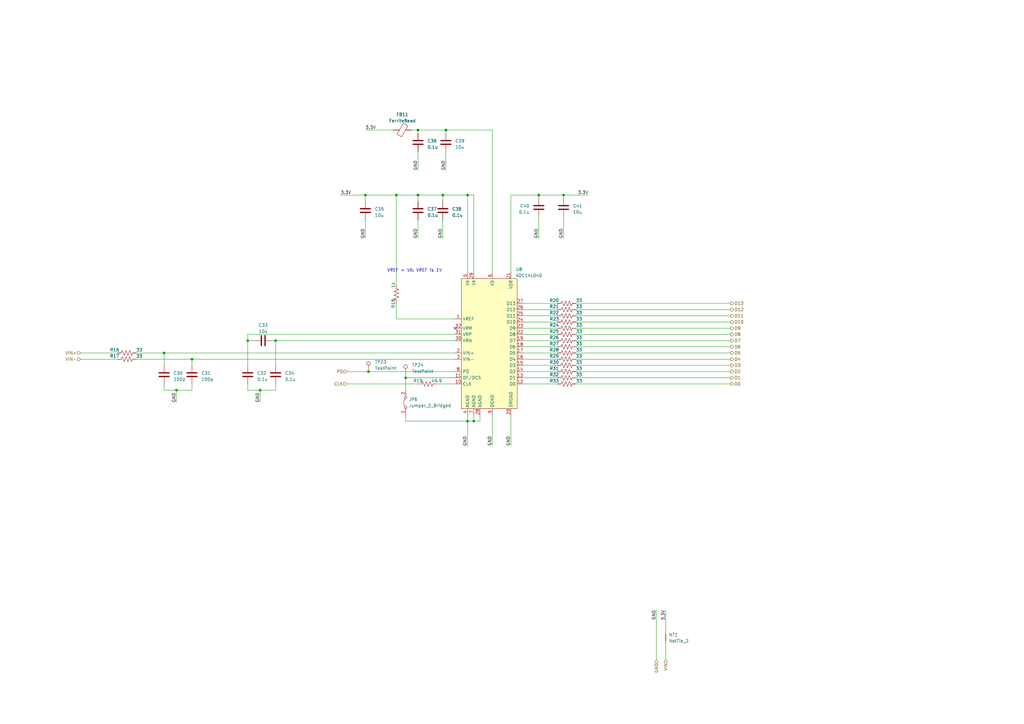
<source format=kicad_sch>
(kicad_sch (version 20250114) (generator "eeschema") (generator_version "9.0")
  (paper "A3")
  (title_block (title "Sonar Pinger") (date "2025-05-03") (rev "0"))
  (lib_symbols
    (symbol "Connector:TestPoint" (pin_numbers (hide yes)) (pin_names (offset 0.762) (hide yes))
      (property "Reference" "TP" (at 0 6.858 0))
      (property "Value" "TestPoint" (at 0 5.08 0))
      (symbol "TestPoint_0_1"
        (circle (center 0 3.302) (radius 0.762))
      )
      (symbol "TestPoint_1_1"
        (pin passive line (at 0 0 90) (length 2.54) (name "1") (number "1"))
      )
    )
    (symbol "Device:C" (pin_numbers (hide yes)) (pin_names (offset 0.254))
      (property "Reference" "C" (at 0.635 2.54 0))
      (property "Value" "C" (at 0.635 -2.54 0))
      (symbol "C_0_1"
        (polyline (pts (xy -2.032 0.762) (xy 2.032 0.762)) (stroke (width 0.508)))
        (polyline (pts (xy -2.032 -0.762) (xy 2.032 -0.762)) (stroke (width 0.508)))
      )
      (symbol "C_1_1"
        (pin passive line (at 0 3.81 270) (length 2.794) (name "~") (number "1"))
        (pin passive line (at 0 -3.81 90) (length 2.794) (name "~") (number "2"))
      )
    )
    (symbol "Device:FerriteBead" (pin_numbers (hide yes)) (pin_names (offset 0))
      (property "Reference" "FB" (at -3.81 0.635 90))
      (property "Value" "FerriteBead" (at 3.81 0 90))
      (symbol "FerriteBead_0_1"
        (polyline (pts (xy -2.7686 0.4064) (xy -1.7018 2.2606) (xy 2.7686 -0.3048) (xy 1.6764 -2.159) (xy -2.7686 0.4064)))
        (polyline (pts (xy 0 1.27) (xy 0 1.2954)))
        (polyline (pts (xy 0 -1.27) (xy 0 -1.2192)))
      )
      (symbol "FerriteBead_1_1"
        (pin passive line (at 0 3.81 270) (length 2.54) (name "~") (number "1"))
        (pin passive line (at 0 -3.81 90) (length 2.54) (name "~") (number "2"))
      )
    )
    (symbol "Device:NetTie_2" (pin_numbers (hide yes)) (pin_names (offset 0) (hide yes)) (in_bom no)
      (property "Reference" "NT" (at 0 1.27 0))
      (property "Value" "NetTie_2" (at 0 -1.27 0))
      (symbol "NetTie_2_0_1"
        (polyline (pts (xy -1.27 0) (xy 1.27 0)) (stroke (width 0.254)))
      )
      (symbol "NetTie_2_1_1"
        (pin passive line (at -2.54 0 0) (length 2.54) (name "1") (number "1"))
        (pin passive line (at 2.54 0 180) (length 2.54) (name "2") (number "2"))
      )
    )
    (symbol "Device:R_US" (pin_numbers (hide yes)) (pin_names (offset 0))
      (property "Reference" "R" (at 2.54 0 90))
      (property "Value" "R_US" (at -2.54 0 90))
      (symbol "R_US_0_1"
        (polyline (pts (xy 0 2.286) (xy 0 2.54)))
        (polyline (pts (xy 0 2.286) (xy 1.016 1.905) (xy 0 1.524) (xy -1.016 1.143) (xy 0 0.762)))
        (polyline (pts (xy 0 0.762) (xy 1.016 0.381) (xy 0 0) (xy -1.016 -0.381) (xy 0 -0.762)))
        (polyline (pts (xy 0 -0.762) (xy 1.016 -1.143) (xy 0 -1.524) (xy -1.016 -1.905) (xy 0 -2.286)))
        (polyline (pts (xy 0 -2.286) (xy 0 -2.54)))
      )
      (symbol "R_US_1_1"
        (pin passive line (at 0 3.81 270) (length 1.27) (name "~") (number "1"))
        (pin passive line (at 0 -3.81 90) (length 1.27) (name "~") (number "2"))
      )
    )
    (symbol "Jumper:Jumper_2_Bridged" (pin_names (offset 0) (hide yes))
      (property "Reference" "JP" (at 0 1.905 0))
      (property "Value" "Jumper_2_Bridged" (at 0 -2.54 0))
      (symbol "Jumper_2_Bridged_0_0"
        (circle (center -2.032 0) (radius 0.508))
        (circle (center 2.032 0) (radius 0.508))
      )
      (symbol "Jumper_2_Bridged_0_1"
        (arc (start -1.524 0.254) (mid 0 0.762) (end 1.524 0.254))
      )
      (symbol "Jumper_2_Bridged_1_1"
        (pin passive line (at -5.08 0 0) (length 2.54) (name "A") (number "1"))
        (pin passive line (at 5.08 0 180) (length 2.54) (name "B") (number "2"))
      )
    )
    (symbol "pd_symbols:ADC14L040"
      (property "Reference" "U" (at -7.62 11.43 0))
      (property "Value" "ADC14L040" (at -8.89 8.89 0))
      (symbol "ADC14L040_1_1"
        (rectangle (start -2.54 13.97) (end 20.32 -39.37) (fill (type background)))
        (pin input line (at -5.08 -2.54 0) (length 2.54) (name "VREF") (number "1"))
        (pin input line (at -5.08 -6.35 0) (length 2.54) (name "VRM") (number "32"))
        (pin input line (at -5.08 -8.89 0) (length 2.54) (name "VRP") (number "31"))
        (pin input line (at -5.08 -11.43 0) (length 2.54) (name "VRN") (number "30"))
        (pin input line (at -5.08 -16.51 0) (length 2.54) (name "VIN+") (number "2"))
        (pin input line (at -5.08 -19.05 0) (length 2.54) (name "VIN-") (number "3"))
        (pin input line (at -5.08 -24.13 0) (length 2.54) (name "PD") (number "8"))
        (pin input line (at -5.08 -26.67 0) (length 2.54) (name "DF/DCS") (number "11"))
        (pin input line (at -5.08 -29.21 0) (length 2.54) (name "CLK") (number "10"))
        (pin input line (at 0 16.51 270) (length 2.54) (name "VA") (number "5"))
        (pin input line (at 0 -41.91 90) (length 2.54) (name "AGND") (number "4"))
        (pin input line (at 2.54 16.51 270) (length 2.54) (name "VA") (number "29"))
        (pin input line (at 2.54 -41.91 90) (length 2.54) (name "AGND") (number "7"))
        (pin input line (at 5.08 -41.91 90) (length 2.54) (name "AGND") (number "28"))
        (pin input line (at 10.16 16.51 270) (length 2.54) (name "VD") (number "6"))
        (pin input line (at 10.16 -41.91 90) (length 2.54) (name "DGND") (number "9"))
        (pin input line (at 17.78 16.51 270) (length 2.54) (name "VDR") (number "21"))
        (pin input line (at 17.78 -41.91 90) (length 2.54) (name "DRGND") (number "20"))
        (pin input line (at 22.86 3.81 180) (length 2.54) (name "D13") (number "27"))
        (pin input line (at 22.86 1.27 180) (length 2.54) (name "D12") (number "26"))
        (pin input line (at 22.86 -1.27 180) (length 2.54) (name "D11") (number "25"))
        (pin input line (at 22.86 -3.81 180) (length 2.54) (name "D10") (number "24"))
        (pin input line (at 22.86 -6.35 180) (length 2.54) (name "D9") (number "23"))
        (pin input line (at 22.86 -8.89 180) (length 2.54) (name "D8") (number "22"))
        (pin input line (at 22.86 -11.43 180) (length 2.54) (name "D7") (number "19"))
        (pin input line (at 22.86 -13.97 180) (length 2.54) (name "D6") (number "18"))
        (pin input line (at 22.86 -16.51 180) (length 2.54) (name "D5") (number "17"))
        (pin input line (at 22.86 -19.05 180) (length 2.54) (name "D4") (number "16"))
        (pin input line (at 22.86 -21.59 180) (length 2.54) (name "D3") (number "15"))
        (pin input line (at 22.86 -24.13 180) (length 2.54) (name "D2") (number "14"))
        (pin input line (at 22.86 -26.67 180) (length 2.54) (name "D1") (number "13"))
        (pin input line (at 22.86 -29.21 180) (length 2.54) (name "D0") (number "12"))
      )
    )
  )
  (text "VREF = VA: VREF is 1V" (at 158.75 111.76 0) (effects (font (size 1.27 1.27)) (justify left bottom)))
  (junction (at 171.45 53.34))
  (junction (at 162.56 80.01))
  (junction (at 166.37 154.94))
  (junction (at 113.03 139.7))
  (junction (at 194.31 172.72))
  (junction (at 181.61 80.01))
  (junction (at 231.14 80.01))
  (junction (at 191.77 80.01))
  (junction (at 171.45 80.01))
  (junction (at 220.98 80.01))
  (junction (at 67.31 144.78))
  (junction (at 78.74 147.32))
  (junction (at 72.39 160.02))
  (junction (at 151.13 152.4))
  (junction (at 182.88 53.34))
  (junction (at 106.68 160.02))
  (junction (at 101.6 139.7))
  (junction (at 149.86 80.01))
  (junction (at 191.77 172.72))
  (no_connect (at 186.69 134.62))
  (wire (pts (xy 182.88 53.34) (xy 182.88 54.61)))
  (wire (pts (xy 214.63 129.54) (xy 228.6 129.54)))
  (wire (pts (xy 67.31 157.48) (xy 67.31 160.02)))
  (wire (pts (xy 149.86 80.01) (xy 162.56 80.01)))
  (wire (pts (xy 186.69 130.81) (xy 162.56 130.81)))
  (wire (pts (xy 149.86 53.34) (xy 161.29 53.34)))
  (wire (pts (xy 33.02 144.78) (xy 48.26 144.78)))
  (wire (pts (xy 171.45 90.17) (xy 171.45 97.79)))
  (wire (pts (xy 194.31 111.76) (xy 194.31 80.01)))
  (wire (pts (xy 201.93 170.18) (xy 201.93 182.88)))
  (wire (pts (xy 166.37 172.72) (xy 191.77 172.72)))
  (wire (pts (xy 191.77 80.01) (xy 191.77 111.76)))
  (wire (pts (xy 111.76 139.7) (xy 113.03 139.7)))
  (wire (pts (xy 236.22 157.48) (xy 299.72 157.48)))
  (wire (pts (xy 186.69 154.94) (xy 166.37 154.94)))
  (wire (pts (xy 214.63 142.24) (xy 228.6 142.24)))
  (wire (pts (xy 171.45 53.34) (xy 182.88 53.34)))
  (wire (pts (xy 236.22 137.16) (xy 299.72 137.16)))
  (wire (pts (xy 236.22 147.32) (xy 299.72 147.32)))
  (wire (pts (xy 201.93 53.34) (xy 201.93 111.76)))
  (wire (pts (xy 214.63 132.08) (xy 228.6 132.08)))
  (wire (pts (xy 214.63 149.86) (xy 228.6 149.86)))
  (wire (pts (xy 151.13 152.4) (xy 186.69 152.4)))
  (wire (pts (xy 149.86 80.01) (xy 149.86 82.55)))
  (wire (pts (xy 55.88 147.32) (xy 78.74 147.32)))
  (wire (pts (xy 236.22 139.7) (xy 299.72 139.7)))
  (wire (pts (xy 236.22 144.78) (xy 299.72 144.78)))
  (wire (pts (xy 236.22 149.86) (xy 299.72 149.86)))
  (wire (pts (xy 101.6 137.16) (xy 101.6 139.7)))
  (wire (pts (xy 162.56 80.01) (xy 162.56 116.84)))
  (wire (pts (xy 168.91 53.34) (xy 171.45 53.34)))
  (wire (pts (xy 236.22 134.62) (xy 299.72 134.62)))
  (wire (pts (xy 214.63 127) (xy 228.6 127)))
  (wire (pts (xy 214.63 124.46) (xy 228.6 124.46)))
  (wire (pts (xy 171.45 80.01) (xy 181.61 80.01)))
  (wire (pts (xy 209.55 170.18) (xy 209.55 182.88)))
  (wire (pts (xy 166.37 153.67) (xy 166.37 154.94)))
  (wire (pts (xy 191.77 170.18) (xy 191.77 172.72)))
  (wire (pts (xy 106.68 160.02) (xy 106.68 165.1)))
  (wire (pts (xy 72.39 160.02) (xy 72.39 165.1)))
  (wire (pts (xy 273.05 264.16) (xy 273.05 270.51)))
  (wire (pts (xy 269.24 250.19) (xy 269.24 270.51)))
  (wire (pts (xy 101.6 139.7) (xy 101.6 149.86)))
  (wire (pts (xy 191.77 172.72) (xy 191.77 182.88)))
  (wire (pts (xy 182.88 62.23) (xy 182.88 69.85)))
  (wire (pts (xy 214.63 139.7) (xy 228.6 139.7)))
  (wire (pts (xy 236.22 124.46) (xy 299.72 124.46)))
  (wire (pts (xy 72.39 160.02) (xy 67.31 160.02)))
  (wire (pts (xy 179.07 157.48) (xy 186.69 157.48)))
  (wire (pts (xy 162.56 130.81) (xy 162.56 124.46)))
  (wire (pts (xy 113.03 160.02) (xy 106.68 160.02)))
  (wire (pts (xy 194.31 170.18) (xy 194.31 172.72)))
  (wire (pts (xy 67.31 144.78) (xy 67.31 149.86)))
  (wire (pts (xy 55.88 144.78) (xy 67.31 144.78)))
  (wire (pts (xy 166.37 170.18) (xy 166.37 172.72)))
  (wire (pts (xy 113.03 139.7) (xy 113.03 149.86)))
  (wire (pts (xy 236.22 142.24) (xy 299.72 142.24)))
  (wire (pts (xy 214.63 157.48) (xy 228.6 157.48)))
  (wire (pts (xy 214.63 134.62) (xy 228.6 134.62)))
  (wire (pts (xy 194.31 172.72) (xy 191.77 172.72)))
  (wire (pts (xy 171.45 53.34) (xy 171.45 54.61)))
  (wire (pts (xy 231.14 80.01) (xy 231.14 81.28)))
  (wire (pts (xy 196.85 170.18) (xy 196.85 172.72)))
  (wire (pts (xy 181.61 80.01) (xy 191.77 80.01)))
  (wire (pts (xy 142.24 152.4) (xy 151.13 152.4)))
  (wire (pts (xy 67.31 144.78) (xy 186.69 144.78)))
  (wire (pts (xy 113.03 157.48) (xy 113.03 160.02)))
  (wire (pts (xy 139.7 80.01) (xy 149.86 80.01)))
  (wire (pts (xy 166.37 154.94) (xy 166.37 160.02)))
  (wire (pts (xy 171.45 62.23) (xy 171.45 69.85)))
  (wire (pts (xy 220.98 80.01) (xy 231.14 80.01)))
  (wire (pts (xy 209.55 80.01) (xy 220.98 80.01)))
  (wire (pts (xy 181.61 80.01) (xy 181.61 82.55)))
  (wire (pts (xy 220.98 88.9) (xy 220.98 97.79)))
  (wire (pts (xy 101.6 157.48) (xy 101.6 160.02)))
  (wire (pts (xy 231.14 88.9) (xy 231.14 97.79)))
  (wire (pts (xy 78.74 147.32) (xy 186.69 147.32)))
  (wire (pts (xy 33.02 147.32) (xy 48.26 147.32)))
  (wire (pts (xy 236.22 152.4) (xy 299.72 152.4)))
  (wire (pts (xy 182.88 53.34) (xy 201.93 53.34)))
  (wire (pts (xy 214.63 154.94) (xy 228.6 154.94)))
  (wire (pts (xy 171.45 80.01) (xy 171.45 82.55)))
  (wire (pts (xy 106.68 160.02) (xy 101.6 160.02)))
  (wire (pts (xy 236.22 132.08) (xy 299.72 132.08)))
  (wire (pts (xy 209.55 111.76) (xy 209.55 80.01)))
  (wire (pts (xy 231.14 80.01) (xy 241.3 80.01)))
  (wire (pts (xy 236.22 154.94) (xy 299.72 154.94)))
  (wire (pts (xy 236.22 129.54) (xy 299.72 129.54)))
  (wire (pts (xy 181.61 90.17) (xy 181.61 97.79)))
  (wire (pts (xy 78.74 157.48) (xy 78.74 160.02)))
  (wire (pts (xy 149.86 90.17) (xy 149.86 97.79)))
  (wire (pts (xy 78.74 160.02) (xy 72.39 160.02)))
  (wire (pts (xy 214.63 147.32) (xy 228.6 147.32)))
  (wire (pts (xy 186.69 137.16) (xy 101.6 137.16)))
  (wire (pts (xy 273.05 250.19) (xy 273.05 259.08)))
  (wire (pts (xy 78.74 147.32) (xy 78.74 149.86)))
  (wire (pts (xy 214.63 152.4) (xy 228.6 152.4)))
  (wire (pts (xy 236.22 127) (xy 299.72 127)))
  (wire (pts (xy 214.63 137.16) (xy 228.6 137.16)))
  (wire (pts (xy 196.85 172.72) (xy 194.31 172.72)))
  (wire (pts (xy 214.63 144.78) (xy 228.6 144.78)))
  (wire (pts (xy 142.24 157.48) (xy 171.45 157.48)))
  (wire (pts (xy 101.6 139.7) (xy 104.14 139.7)))
  (wire (pts (xy 162.56 80.01) (xy 171.45 80.01)))
  (wire (pts (xy 186.69 139.7) (xy 113.03 139.7)))
  (wire (pts (xy 220.98 80.01) (xy 220.98 81.28)))
  (wire (pts (xy 194.31 80.01) (xy 191.77 80.01)))
  (label "GND" (at 149.86 97.79 90))
  (label "3.3V" (at 149.86 53.34 0))
  (label "GND" (at 171.45 97.79 90))
  (label "GND" (at 182.88 69.85 90))
  (label "GND" (at 181.61 97.79 90))
  (label "3.3V" (at 241.3 80.01 180))
  (label "3.3V" (at 273.05 250.19 270))
  (label "GND" (at 231.14 97.79 90))
  (label "GND" (at 72.39 165.1 90))
  (label "GND" (at 269.24 250.19 270))
  (label "3.3V" (at 139.7 80.01 0))
  (label "GND" (at 201.93 182.88 90))
  (label "GND" (at 106.68 165.1 90))
  (label "GND" (at 191.77 182.88 90))
  (label "GND" (at 220.98 97.79 90))
  (label "GND" (at 209.55 182.88 90))
  (label "GND" (at 171.45 69.85 90))
  (hierarchical_label "CLK" (shape input) (at 142.24 157.48 180))
  (hierarchical_label "D5" (shape output) (at 299.72 144.78 0))
  (hierarchical_label "D4" (shape output) (at 299.72 147.32 0))
  (hierarchical_label "D6" (shape output) (at 299.72 142.24 0))
  (hierarchical_label "VIN" (shape input) (at 273.05 270.51 270))
  (hierarchical_label "D2" (shape output) (at 299.72 152.4 0))
  (hierarchical_label "D12" (shape output) (at 299.72 127 0))
  (hierarchical_label "PD" (shape input) (at 142.24 152.4 180))
  (hierarchical_label "D0" (shape output) (at 299.72 157.48 0))
  (hierarchical_label "GND" (shape input) (at 269.24 270.51 270))
  (hierarchical_label "D1" (shape output) (at 299.72 154.94 0))
  (hierarchical_label "VIN+" (shape input) (at 33.02 144.78 180))
  (hierarchical_label "D8" (shape output) (at 299.72 137.16 0))
  (hierarchical_label "VIN-" (shape input) (at 33.02 147.32 180))
  (hierarchical_label "D3" (shape output) (at 299.72 149.86 0))
  (hierarchical_label "D10" (shape output) (at 299.72 132.08 0))
  (hierarchical_label "D11" (shape output) (at 299.72 129.54 0))
  (hierarchical_label "D13" (shape output) (at 299.72 124.46 0))
  (hierarchical_label "D9" (shape output) (at 299.72 134.62 0))
  (hierarchical_label "D7" (shape output) (at 299.72 139.7 0))
  (symbol (lib_id "Connector:TestPoint") (at 166.37 153.67 0) (unit 1)
    (property "Reference" "TP24" (at 168.91 149.733 0) (effects (justify left)))
    (property "Value" "TestPoint" (at 168.91 152.273 0) (effects (justify left)))
    (property "Footprint" "pd_footprints:TestPoint_THTPad_D1.8mm_Drill1.2mm" (effects (hide yes)))
    (property "Description" "test point" (effects (hide yes)))
  )
  (symbol (lib_id "Device:R_US") (at 162.56 120.65 180) (unit 1)
    (property "Reference" "R18" (at 161.29 124.46 90))
    (property "Value" "1k" (at 161.29 116.84 90))
    (property "Footprint" "Resistor_SMD:R_0603_1608Metric" (effects (hide yes)))
    (property "Description" "Resistor, US symbol" (effects (hide yes)))
  )
  (symbol (lib_id "Device:C") (at 182.88 58.42 0) (unit 1)
    (property "Reference" "C39" (at 186.69 57.785 0) (effects (justify left)))
    (property "Value" "10u" (at 186.69 60.325 0) (effects (justify left)))
    (property "Footprint" "Capacitor_SMD:C_0805_2012Metric_Pad1.18x1.45mm_HandSolder" (effects (hide yes)))
    (property "Description" "Unpolarized capacitor" (effects (hide yes)))
  )
  (symbol (lib_id "Device:R_US") (at 232.41 124.46 90) (unit 1)
    (property "Reference" "R20" (at 227.33 123.19 90))
    (property "Value" "33" (at 237.49 123.19 90))
    (property "Footprint" "Resistor_SMD:R_0603_1608Metric" (effects (hide yes)))
    (property "Description" "Resistor, US symbol" (effects (hide yes)))
  )
  (symbol (lib_id "Device:C") (at 171.45 86.36 0) (unit 1)
    (property "Reference" "C37" (at 175.26 85.725 0) (effects (justify left)))
    (property "Value" "0.1u" (at 175.26 88.265 0) (effects (justify left)))
    (property "Footprint" "Capacitor_SMD:C_0603_1608Metric" (effects (hide yes)))
    (property "Description" "Unpolarized capacitor" (effects (hide yes)))
  )
  (symbol (lib_id "Device:C") (at 101.6 153.67 0) (unit 1)
    (property "Reference" "C32" (at 105.41 153.035 0) (effects (justify left)))
    (property "Value" "0.1u" (at 105.41 155.575 0) (effects (justify left)))
    (property "Footprint" "Capacitor_SMD:C_0603_1608Metric" (effects (hide yes)))
    (property "Description" "Unpolarized capacitor" (effects (hide yes)))
  )
  (symbol (lib_id "Device:R_US") (at 232.41 134.62 90) (unit 1)
    (property "Reference" "R24" (at 227.33 133.35 90))
    (property "Value" "33" (at 237.49 133.35 90))
    (property "Footprint" "Resistor_SMD:R_0603_1608Metric" (effects (hide yes)))
    (property "Description" "Resistor, US symbol" (effects (hide yes)))
  )
  (symbol (lib_id "Device:R_US") (at 232.41 129.54 90) (unit 1)
    (property "Reference" "R22" (at 227.33 128.27 90))
    (property "Value" "33" (at 237.49 128.27 90))
    (property "Footprint" "Resistor_SMD:R_0603_1608Metric" (effects (hide yes)))
    (property "Description" "Resistor, US symbol" (effects (hide yes)))
  )
  (symbol (lib_id "Device:R_US") (at 232.41 144.78 90) (unit 1)
    (property "Reference" "R28" (at 227.33 143.51 90))
    (property "Value" "33" (at 237.49 143.51 90))
    (property "Footprint" "Resistor_SMD:R_0603_1608Metric" (effects (hide yes)))
    (property "Description" "Resistor, US symbol" (effects (hide yes)))
  )
  (symbol (lib_id "Device:R_US") (at 232.41 139.7 90) (unit 1)
    (property "Reference" "R26" (at 227.33 138.43 90))
    (property "Value" "33" (at 237.49 138.43 90))
    (property "Footprint" "Resistor_SMD:R_0603_1608Metric" (effects (hide yes)))
    (property "Description" "Resistor, US symbol" (effects (hide yes)))
  )
  (symbol (lib_id "Device:C") (at 107.95 139.7 90) (unit 1)
    (property "Reference" "C33" (at 107.95 133.35 90))
    (property "Value" "10u" (at 107.95 135.89 90))
    (property "Footprint" "Capacitor_SMD:C_0805_2012Metric_Pad1.18x1.45mm_HandSolder" (effects (hide yes)))
    (property "Description" "Unpolarized capacitor" (effects (hide yes)))
  )
  (symbol (lib_id "Device:C") (at 149.86 86.36 0) (unit 1)
    (property "Reference" "C35" (at 153.67 85.725 0) (effects (justify left)))
    (property "Value" "10u" (at 153.67 88.265 0) (effects (justify left)))
    (property "Footprint" "Capacitor_SMD:C_0805_2012Metric_Pad1.18x1.45mm_HandSolder" (effects (hide yes)))
    (property "Description" "Unpolarized capacitor" (effects (hide yes)))
  )
  (symbol (lib_id "Device:C") (at 113.03 153.67 0) (unit 1)
    (property "Reference" "C34" (at 116.84 153.035 0) (effects (justify left)))
    (property "Value" "0.1u" (at 116.84 155.575 0) (effects (justify left)))
    (property "Footprint" "Capacitor_SMD:C_0603_1608Metric" (effects (hide yes)))
    (property "Description" "Unpolarized capacitor" (effects (hide yes)))
  )
  (symbol (lib_id "Device:C") (at 220.98 85.09 0) (mirror y) (unit 1)
    (property "Reference" "C40" (at 217.17 84.455 0) (effects (justify left)))
    (property "Value" "0.1u" (at 217.17 86.995 0) (effects (justify left)))
    (property "Footprint" "Capacitor_SMD:C_0603_1608Metric" (effects (hide yes)))
    (property "Description" "Unpolarized capacitor" (effects (hide yes)))
  )
  (symbol (lib_id "Device:C") (at 171.45 58.42 0) (unit 1)
    (property "Reference" "C36" (at 175.26 57.785 0) (effects (justify left)))
    (property "Value" "0.1u" (at 175.26 60.325 0) (effects (justify left)))
    (property "Footprint" "Capacitor_SMD:C_0603_1608Metric" (effects (hide yes)))
    (property "Description" "Unpolarized capacitor" (effects (hide yes)))
  )
  (symbol (lib_id "Device:C") (at 78.74 153.67 0) (unit 1)
    (property "Reference" "C31" (at 82.55 153.035 0) (effects (justify left)))
    (property "Value" "100p" (at 82.55 155.575 0) (effects (justify left)))
    (property "Footprint" "Capacitor_SMD:C_0603_1608Metric" (effects (hide yes)))
    (property "Description" "Unpolarized capacitor" (effects (hide yes)))
  )
  (symbol (lib_id "Device:R_US") (at 232.41 132.08 90) (unit 1)
    (property "Reference" "R23" (at 227.33 130.81 90))
    (property "Value" "33" (at 237.49 130.81 90))
    (property "Footprint" "Resistor_SMD:R_0603_1608Metric" (effects (hide yes)))
    (property "Description" "Resistor, US symbol" (effects (hide yes)))
  )
  (symbol (lib_id "Device:R_US") (at 232.41 152.4 90) (unit 1)
    (property "Reference" "R31" (at 227.33 151.13 90))
    (property "Value" "33" (at 237.49 151.13 90))
    (property "Footprint" "Resistor_SMD:R_0603_1608Metric" (effects (hide yes)))
    (property "Description" "Resistor, US symbol" (effects (hide yes)))
  )
  (symbol (lib_id "Device:R_US") (at 232.41 149.86 90) (unit 1)
    (property "Reference" "R30" (at 227.33 148.59 90))
    (property "Value" "33" (at 237.49 148.59 90))
    (property "Footprint" "Resistor_SMD:R_0603_1608Metric" (effects (hide yes)))
    (property "Description" "Resistor, US symbol" (effects (hide yes)))
  )
  (symbol (lib_id "Device:C") (at 181.61 86.36 0) (unit 1)
    (property "Reference" "C38" (at 185.42 85.725 0) (effects (justify left)))
    (property "Value" "0.1u" (at 185.42 88.265 0) (effects (justify left)))
    (property "Footprint" "Capacitor_SMD:C_0603_1608Metric" (effects (hide yes)))
    (property "Description" "Unpolarized capacitor" (effects (hide yes)))
  )
  (symbol (lib_id "Jumper:Jumper_2_Bridged") (at 166.37 165.1 90) (unit 1) (in_bom no)
    (property "Reference" "JP6" (at 167.64 163.8299 90) (effects (justify right)))
    (property "Value" "Jumper_2_Bridged" (at 167.64 166.3699 90) (effects (justify right)))
    (property "Footprint" "Jumper:SolderJumper-2_P1.3mm_Bridged_RoundedPad1.0x1.5mm" (effects (hide yes)))
    (property "Description" "Jumper, 2-pole, closed/bridged" (effects (hide yes)))
  )
  (symbol (lib_id "Connector:TestPoint") (at 151.13 152.4 0) (unit 1)
    (property "Reference" "TP23" (at 153.67 148.463 0) (effects (justify left)))
    (property "Value" "TestPoint" (at 153.67 151.003 0) (effects (justify left)))
    (property "Footprint" "pd_footprints:TestPoint_THTPad_D1.8mm_Drill1.2mm" (effects (hide yes)))
    (property "Description" "test point" (effects (hide yes)))
  )
  (symbol (lib_id "Device:C") (at 67.31 153.67 0) (unit 1)
    (property "Reference" "C30" (at 71.12 153.035 0) (effects (justify left)))
    (property "Value" "100p" (at 71.12 155.575 0) (effects (justify left)))
    (property "Footprint" "Capacitor_SMD:C_0603_1608Metric" (effects (hide yes)))
    (property "Description" "Unpolarized capacitor" (effects (hide yes)))
  )
  (symbol (lib_id "Device:R_US") (at 175.26 157.48 90) (unit 1)
    (property "Reference" "R19" (at 171.45 156.21 90))
    (property "Value" "49.9" (at 179.07 156.21 90))
    (property "Footprint" "Resistor_SMD:R_0603_1608Metric" (effects (hide yes)))
    (property "Description" "Resistor, US symbol" (effects (hide yes)))
  )
  (symbol (lib_id "Device:R_US") (at 232.41 147.32 90) (unit 1)
    (property "Reference" "R29" (at 227.33 146.05 90))
    (property "Value" "33" (at 237.49 146.05 90))
    (property "Footprint" "Resistor_SMD:R_0603_1608Metric" (effects (hide yes)))
    (property "Description" "Resistor, US symbol" (effects (hide yes)))
  )
  (symbol (lib_id "pd_symbols:ADC14L040") (at 191.77 128.27 0) (unit 1)
    (property "Reference" "U8" (at 211.5059 110.49 0) (effects (justify left)))
    (property "Value" "ADC14L040" (at 211.5059 113.03 0) (effects (justify left)))
    (property "Footprint" "Package_QFP:LQFP-32_7x7mm_P0.8mm" (effects (hide yes)))
    (property "Datasheet" "https://www.ti.com/lit/ds/symlink/adc14l040.pdf?ts=1687484368145&ref_url=https%253A%252F%252Fwww.ti.com%252Fproduct%252FADC14L040" (effects (hide yes)))
    (property "Description" "ADC" (effects (hide yes)))
  )
  (symbol (lib_id "Device:R_US") (at 232.41 142.24 90) (unit 1)
    (property "Reference" "R27" (at 227.33 140.97 90))
    (property "Value" "33" (at 237.49 140.97 90))
    (property "Footprint" "Resistor_SMD:R_0603_1608Metric" (effects (hide yes)))
    (property "Description" "Resistor, US symbol" (effects (hide yes)))
  )
  (symbol (lib_id "Device:R_US") (at 232.41 154.94 90) (unit 1)
    (property "Reference" "R32" (at 227.33 153.67 90))
    (property "Value" "33" (at 237.49 153.67 90))
    (property "Footprint" "Resistor_SMD:R_0603_1608Metric" (effects (hide yes)))
    (property "Description" "Resistor, US symbol" (effects (hide yes)))
  )
  (symbol (lib_id "Device:FerriteBead") (at 165.1 53.34 90) (unit 1)
    (property "Reference" "FB11" (at 165.0492 46.99 90))
    (property "Value" "FerriteBead" (at 165.0492 49.53 90))
    (property "Footprint" "Inductor_SMD:L_0603_1608Metric" (effects (hide yes)))
    (property "Description" "Ferrite bead" (effects (hide yes)))
  )
  (symbol (lib_id "Device:R_US") (at 52.07 144.78 90) (unit 1)
    (property "Reference" "R16" (at 46.99 143.51 90))
    (property "Value" "33" (at 57.15 143.51 90))
    (property "Footprint" "Resistor_SMD:R_0603_1608Metric" (effects (hide yes)))
    (property "Description" "Resistor, US symbol" (effects (hide yes)))
  )
  (symbol (lib_id "Device:C") (at 231.14 85.09 0) (unit 1)
    (property "Reference" "C41" (at 234.95 84.455 0) (effects (justify left)))
    (property "Value" "10u" (at 234.95 86.995 0) (effects (justify left)))
    (property "Footprint" "Capacitor_SMD:C_0805_2012Metric_Pad1.18x1.45mm_HandSolder" (effects (hide yes)))
    (property "Description" "Unpolarized capacitor" (effects (hide yes)))
  )
  (symbol (lib_id "Device:R_US") (at 232.41 157.48 90) (unit 1)
    (property "Reference" "R33" (at 227.33 156.21 90))
    (property "Value" "33" (at 237.49 156.21 90))
    (property "Footprint" "Resistor_SMD:R_0603_1608Metric" (effects (hide yes)))
    (property "Description" "Resistor, US symbol" (effects (hide yes)))
  )
  (symbol (lib_id "Device:NetTie_2") (at 273.05 261.62 90) (unit 1) (in_bom no)
    (property "Reference" "NT1" (at 274.32 260.3499 90) (effects (justify right)))
    (property "Value" "NetTie_2" (at 274.32 262.8899 90) (effects (justify right)))
    (property "Footprint" "NetTie:NetTie-2_SMD_Pad0.5mm" (effects (hide yes)))
    (property "Description" "Net tie, 2 pins" (effects (hide yes)))
  )
  (symbol (lib_id "Device:R_US") (at 52.07 147.32 90) (unit 1)
    (property "Reference" "R17" (at 46.99 146.05 90))
    (property "Value" "33" (at 57.15 146.05 90))
    (property "Footprint" "Resistor_SMD:R_0603_1608Metric" (effects (hide yes)))
    (property "Description" "Resistor, US symbol" (effects (hide yes)))
  )
  (symbol (lib_id "Device:R_US") (at 232.41 127 90) (unit 1)
    (property "Reference" "R21" (at 227.33 125.73 90))
    (property "Value" "33" (at 237.49 125.73 90))
    (property "Footprint" "Resistor_SMD:R_0603_1608Metric" (effects (hide yes)))
    (property "Description" "Resistor, US symbol" (effects (hide yes)))
  )
  (symbol (lib_id "Device:R_US") (at 232.41 137.16 90) (unit 1)
    (property "Reference" "R25" (at 227.33 135.89 90))
    (property "Value" "33" (at 237.49 135.89 90))
    (property "Footprint" "Resistor_SMD:R_0603_1608Metric" (effects (hide yes)))
    (property "Description" "Resistor, US symbol" (effects (hide yes)))
  )
)
</source>
